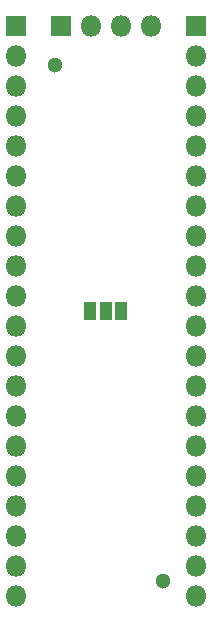
<source format=gbs>
G04 #@! TF.GenerationSoftware,KiCad,Pcbnew,(5.1.6)-1*
G04 #@! TF.CreationDate,2020-06-29T14:48:59-07:00*
G04 #@! TF.ProjectId,devboard,64657662-6f61-4726-942e-6b696361645f,A*
G04 #@! TF.SameCoordinates,PX7c82060PY49a3900*
G04 #@! TF.FileFunction,Soldermask,Bot*
G04 #@! TF.FilePolarity,Negative*
%FSLAX46Y46*%
G04 Gerber Fmt 4.6, Leading zero omitted, Abs format (unit mm)*
G04 Created by KiCad (PCBNEW (5.1.6)-1) date 2020-06-29 14:48:59*
%MOMM*%
%LPD*%
G01*
G04 APERTURE LIST*
%ADD10O,1.800000X1.800000*%
%ADD11R,1.800000X1.800000*%
%ADD12R,1.100000X1.600000*%
%ADD13C,1.300000*%
G04 APERTURE END LIST*
D10*
X16764000Y-49784000D03*
X16764000Y-47244000D03*
X16764000Y-44704000D03*
X16764000Y-42164000D03*
X16764000Y-39624000D03*
X16764000Y-37084000D03*
X16764000Y-34544000D03*
X16764000Y-32004000D03*
X16764000Y-29464000D03*
X16764000Y-26924000D03*
X16764000Y-24384000D03*
X16764000Y-21844000D03*
X16764000Y-19304000D03*
X16764000Y-16764000D03*
X16764000Y-14224000D03*
X16764000Y-11684000D03*
X16764000Y-9144000D03*
X16764000Y-6604000D03*
X16764000Y-4064000D03*
D11*
X16764000Y-1524000D03*
D10*
X1524000Y-49784000D03*
X1524000Y-47244000D03*
X1524000Y-44704000D03*
X1524000Y-42164000D03*
X1524000Y-39624000D03*
X1524000Y-37084000D03*
X1524000Y-34544000D03*
X1524000Y-32004000D03*
X1524000Y-29464000D03*
X1524000Y-26924000D03*
X1524000Y-24384000D03*
X1524000Y-21844000D03*
X1524000Y-19304000D03*
X1524000Y-16764000D03*
X1524000Y-14224000D03*
X1524000Y-11684000D03*
X1524000Y-9144000D03*
X1524000Y-6604000D03*
X1524000Y-4064000D03*
D11*
X1524000Y-1524000D03*
D12*
X9144000Y-25654000D03*
X7844000Y-25654000D03*
X10444000Y-25654000D03*
D13*
X4826000Y-4826000D03*
X13970000Y-48514000D03*
D10*
X12954000Y-1524000D03*
X10414000Y-1524000D03*
X7874000Y-1524000D03*
D11*
X5334000Y-1524000D03*
M02*

</source>
